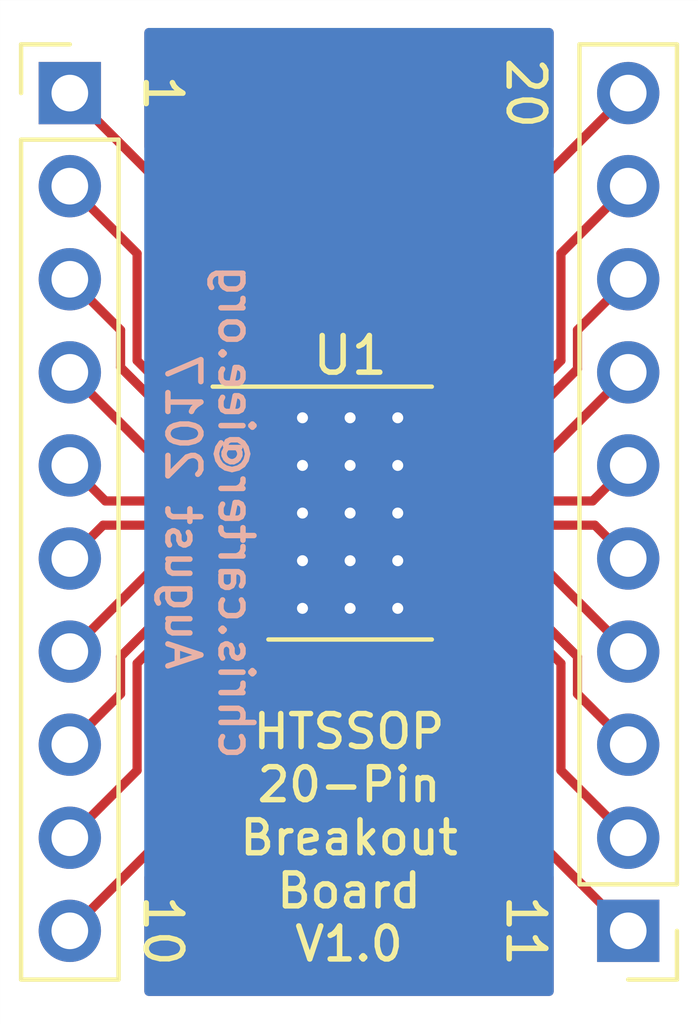
<source format=kicad_pcb>
(kicad_pcb (version 4) (host pcbnew 4.0.6)

  (general
    (links 34)
    (no_connects 0)
    (area 134.666667 90.675 159.973334 120.245)
    (thickness 1.6)
    (drawings 10)
    (tracks 73)
    (zones 0)
    (modules 3)
    (nets 22)
  )

  (page A4)
  (layers
    (0 F.Cu signal)
    (31 B.Cu signal)
    (32 B.Adhes user hide)
    (33 F.Adhes user hide)
    (34 B.Paste user hide)
    (35 F.Paste user hide)
    (36 B.SilkS user)
    (37 F.SilkS user)
    (38 B.Mask user)
    (39 F.Mask user)
    (40 Dwgs.User user)
    (41 Cmts.User user)
    (42 Eco1.User user)
    (43 Eco2.User user)
    (44 Edge.Cuts user)
    (45 Margin user)
    (46 B.CrtYd user hide)
    (47 F.CrtYd user hide)
    (48 B.Fab user)
    (49 F.Fab user)
  )

  (setup
    (last_trace_width 0.25)
    (trace_clearance 0.2)
    (zone_clearance 0)
    (zone_45_only no)
    (trace_min 0.2)
    (segment_width 0.2)
    (edge_width 0.001)
    (via_size 0.6)
    (via_drill 0.4)
    (via_min_size 0.4)
    (via_min_drill 0.3)
    (uvia_size 0.3)
    (uvia_drill 0.1)
    (uvias_allowed no)
    (uvia_min_size 0.2)
    (uvia_min_drill 0.1)
    (pcb_text_width 0.3)
    (pcb_text_size 1.5 1.5)
    (mod_edge_width 0.15)
    (mod_text_size 1 1)
    (mod_text_width 0.15)
    (pad_size 1.524 1.524)
    (pad_drill 0.762)
    (pad_to_mask_clearance 0.2)
    (aux_axis_origin 0 0)
    (visible_elements 7FFFFF7F)
    (pcbplotparams
      (layerselection 0x00030_80000001)
      (usegerberextensions false)
      (excludeedgelayer true)
      (linewidth 0.100000)
      (plotframeref false)
      (viasonmask false)
      (mode 1)
      (useauxorigin false)
      (hpglpennumber 1)
      (hpglpenspeed 20)
      (hpglpendiameter 15)
      (hpglpenoverlay 2)
      (psnegative false)
      (psa4output false)
      (plotreference true)
      (plotvalue true)
      (plotinvisibletext false)
      (padsonsilk false)
      (subtractmaskfromsilk false)
      (outputformat 1)
      (mirror false)
      (drillshape 1)
      (scaleselection 1)
      (outputdirectory ""))
  )

  (net 0 "")
  (net 1 "Net-(J1-Pad1)")
  (net 2 "Net-(J1-Pad2)")
  (net 3 "Net-(J1-Pad3)")
  (net 4 "Net-(J1-Pad4)")
  (net 5 "Net-(J1-Pad5)")
  (net 6 "Net-(J1-Pad6)")
  (net 7 "Net-(J1-Pad7)")
  (net 8 "Net-(J1-Pad8)")
  (net 9 "Net-(J1-Pad9)")
  (net 10 "Net-(J1-Pad10)")
  (net 11 "Net-(J2-Pad1)")
  (net 12 "Net-(J2-Pad2)")
  (net 13 "Net-(J2-Pad3)")
  (net 14 "Net-(J2-Pad4)")
  (net 15 "Net-(J2-Pad5)")
  (net 16 "Net-(J2-Pad6)")
  (net 17 "Net-(J2-Pad7)")
  (net 18 "Net-(J2-Pad8)")
  (net 19 "Net-(J2-Pad9)")
  (net 20 "Net-(J2-Pad10)")
  (net 21 "Net-(U1-Pad21)")

  (net_class Default "This is the default net class."
    (clearance 0.2)
    (trace_width 0.25)
    (via_dia 0.6)
    (via_drill 0.4)
    (uvia_dia 0.3)
    (uvia_drill 0.1)
    (add_net "Net-(J1-Pad1)")
    (add_net "Net-(J1-Pad10)")
    (add_net "Net-(J1-Pad2)")
    (add_net "Net-(J1-Pad3)")
    (add_net "Net-(J1-Pad4)")
    (add_net "Net-(J1-Pad5)")
    (add_net "Net-(J1-Pad6)")
    (add_net "Net-(J1-Pad7)")
    (add_net "Net-(J1-Pad8)")
    (add_net "Net-(J1-Pad9)")
    (add_net "Net-(J2-Pad1)")
    (add_net "Net-(J2-Pad10)")
    (add_net "Net-(J2-Pad2)")
    (add_net "Net-(J2-Pad3)")
    (add_net "Net-(J2-Pad4)")
    (add_net "Net-(J2-Pad5)")
    (add_net "Net-(J2-Pad6)")
    (add_net "Net-(J2-Pad7)")
    (add_net "Net-(J2-Pad8)")
    (add_net "Net-(J2-Pad9)")
    (add_net "Net-(U1-Pad21)")
  )

  (module Pin_Headers:Pin_Header_Straight_1x10_Pitch2.54mm (layer F.Cu) (tedit 5998A59F) (tstamp 5998A585)
    (at 139.7 93.98)
    (descr "Through hole straight pin header, 1x10, 2.54mm pitch, single row")
    (tags "Through hole pin header THT 1x10 2.54mm single row")
    (path /5998A347)
    (fp_text reference J1 (at 0 -2.33) (layer F.SilkS) hide
      (effects (font (size 1 1) (thickness 0.15)))
    )
    (fp_text value CONN_01X10 (at 0 25.19) (layer F.Fab) hide
      (effects (font (size 1 1) (thickness 0.15)))
    )
    (fp_line (start -0.635 -1.27) (end 1.27 -1.27) (layer F.Fab) (width 0.1))
    (fp_line (start 1.27 -1.27) (end 1.27 24.13) (layer F.Fab) (width 0.1))
    (fp_line (start 1.27 24.13) (end -1.27 24.13) (layer F.Fab) (width 0.1))
    (fp_line (start -1.27 24.13) (end -1.27 -0.635) (layer F.Fab) (width 0.1))
    (fp_line (start -1.27 -0.635) (end -0.635 -1.27) (layer F.Fab) (width 0.1))
    (fp_line (start -1.33 24.19) (end 1.33 24.19) (layer F.SilkS) (width 0.12))
    (fp_line (start -1.33 1.27) (end -1.33 24.19) (layer F.SilkS) (width 0.12))
    (fp_line (start 1.33 1.27) (end 1.33 24.19) (layer F.SilkS) (width 0.12))
    (fp_line (start -1.33 1.27) (end 1.33 1.27) (layer F.SilkS) (width 0.12))
    (fp_line (start -1.33 0) (end -1.33 -1.33) (layer F.SilkS) (width 0.12))
    (fp_line (start -1.33 -1.33) (end 0 -1.33) (layer F.SilkS) (width 0.12))
    (fp_line (start -1.8 -1.8) (end -1.8 24.65) (layer F.CrtYd) (width 0.05))
    (fp_line (start -1.8 24.65) (end 1.8 24.65) (layer F.CrtYd) (width 0.05))
    (fp_line (start 1.8 24.65) (end 1.8 -1.8) (layer F.CrtYd) (width 0.05))
    (fp_line (start 1.8 -1.8) (end -1.8 -1.8) (layer F.CrtYd) (width 0.05))
    (fp_text user %R (at 0 11.43 90) (layer F.Fab) hide
      (effects (font (size 1 1) (thickness 0.15)))
    )
    (pad 1 thru_hole rect (at 0 0) (size 1.7 1.7) (drill 1) (layers *.Cu *.Mask)
      (net 1 "Net-(J1-Pad1)"))
    (pad 2 thru_hole oval (at 0 2.54) (size 1.7 1.7) (drill 1) (layers *.Cu *.Mask)
      (net 2 "Net-(J1-Pad2)"))
    (pad 3 thru_hole oval (at 0 5.08) (size 1.7 1.7) (drill 1) (layers *.Cu *.Mask)
      (net 3 "Net-(J1-Pad3)"))
    (pad 4 thru_hole oval (at 0 7.62) (size 1.7 1.7) (drill 1) (layers *.Cu *.Mask)
      (net 4 "Net-(J1-Pad4)"))
    (pad 5 thru_hole oval (at 0 10.16) (size 1.7 1.7) (drill 1) (layers *.Cu *.Mask)
      (net 5 "Net-(J1-Pad5)"))
    (pad 6 thru_hole oval (at 0 12.7) (size 1.7 1.7) (drill 1) (layers *.Cu *.Mask)
      (net 6 "Net-(J1-Pad6)"))
    (pad 7 thru_hole oval (at 0 15.24) (size 1.7 1.7) (drill 1) (layers *.Cu *.Mask)
      (net 7 "Net-(J1-Pad7)"))
    (pad 8 thru_hole oval (at 0 17.78) (size 1.7 1.7) (drill 1) (layers *.Cu *.Mask)
      (net 8 "Net-(J1-Pad8)"))
    (pad 9 thru_hole oval (at 0 20.32) (size 1.7 1.7) (drill 1) (layers *.Cu *.Mask)
      (net 9 "Net-(J1-Pad9)"))
    (pad 10 thru_hole oval (at 0 22.86) (size 1.7 1.7) (drill 1) (layers *.Cu *.Mask)
      (net 10 "Net-(J1-Pad10)"))
    (model ${KISYS3DMOD}/Pin_Headers.3dshapes/Pin_Header_Straight_1x10_Pitch2.54mm.wrl
      (at (xyz 0 0 0))
      (scale (xyz 1 1 1))
      (rotate (xyz 0 0 0))
    )
  )

  (module Pin_Headers:Pin_Header_Straight_1x10_Pitch2.54mm (layer F.Cu) (tedit 5999CCEF) (tstamp 5998A5A3)
    (at 154.94 116.84 180)
    (descr "Through hole straight pin header, 1x10, 2.54mm pitch, single row")
    (tags "Through hole pin header THT 1x10 2.54mm single row")
    (path /5998A392)
    (fp_text reference J2 (at 0 -2.33 180) (layer F.SilkS) hide
      (effects (font (size 1 1) (thickness 0.15)))
    )
    (fp_text value CONN_01X10 (at 0 25.19 180) (layer F.Fab) hide
      (effects (font (size 1 1) (thickness 0.15)))
    )
    (fp_line (start -0.635 -1.27) (end 1.27 -1.27) (layer F.Fab) (width 0.1))
    (fp_line (start 1.27 -1.27) (end 1.27 24.13) (layer F.Fab) (width 0.1))
    (fp_line (start 1.27 24.13) (end -1.27 24.13) (layer F.Fab) (width 0.1))
    (fp_line (start -1.27 24.13) (end -1.27 -0.635) (layer F.Fab) (width 0.1))
    (fp_line (start -1.27 -0.635) (end -0.635 -1.27) (layer F.Fab) (width 0.1))
    (fp_line (start -1.33 24.19) (end 1.33 24.19) (layer F.SilkS) (width 0.12))
    (fp_line (start -1.33 1.27) (end -1.33 24.19) (layer F.SilkS) (width 0.12))
    (fp_line (start 1.33 1.27) (end 1.33 24.19) (layer F.SilkS) (width 0.12))
    (fp_line (start -1.33 1.27) (end 1.33 1.27) (layer F.SilkS) (width 0.12))
    (fp_line (start -1.33 0) (end -1.33 -1.33) (layer F.SilkS) (width 0.12))
    (fp_line (start -1.33 -1.33) (end 0 -1.33) (layer F.SilkS) (width 0.12))
    (fp_line (start -1.8 -1.8) (end -1.8 24.65) (layer F.CrtYd) (width 0.05))
    (fp_line (start -1.8 24.65) (end 1.8 24.65) (layer F.CrtYd) (width 0.05))
    (fp_line (start 1.8 24.65) (end 1.8 -1.8) (layer F.CrtYd) (width 0.05))
    (fp_line (start 1.8 -1.8) (end -1.8 -1.8) (layer F.CrtYd) (width 0.05))
    (fp_text user %R (at 0 11.43 270) (layer F.Fab) hide
      (effects (font (size 1 1) (thickness 0.15)))
    )
    (pad 1 thru_hole rect (at 0 0 180) (size 1.7 1.7) (drill 1) (layers *.Cu *.Mask)
      (net 11 "Net-(J2-Pad1)"))
    (pad 2 thru_hole oval (at 0 2.54 180) (size 1.7 1.7) (drill 1) (layers *.Cu *.Mask)
      (net 12 "Net-(J2-Pad2)"))
    (pad 3 thru_hole oval (at 0 5.08 180) (size 1.7 1.7) (drill 1) (layers *.Cu *.Mask)
      (net 13 "Net-(J2-Pad3)"))
    (pad 4 thru_hole oval (at 0 7.62 180) (size 1.7 1.7) (drill 1) (layers *.Cu *.Mask)
      (net 14 "Net-(J2-Pad4)"))
    (pad 5 thru_hole oval (at 0 10.16 180) (size 1.7 1.7) (drill 1) (layers *.Cu *.Mask)
      (net 15 "Net-(J2-Pad5)"))
    (pad 6 thru_hole oval (at 0 12.7 180) (size 1.7 1.7) (drill 1) (layers *.Cu *.Mask)
      (net 16 "Net-(J2-Pad6)"))
    (pad 7 thru_hole oval (at 0 15.24 180) (size 1.7 1.7) (drill 1) (layers *.Cu *.Mask)
      (net 17 "Net-(J2-Pad7)"))
    (pad 8 thru_hole oval (at 0 17.78 180) (size 1.7 1.7) (drill 1) (layers *.Cu *.Mask)
      (net 18 "Net-(J2-Pad8)"))
    (pad 9 thru_hole oval (at 0 20.32 180) (size 1.7 1.7) (drill 1) (layers *.Cu *.Mask)
      (net 19 "Net-(J2-Pad9)"))
    (pad 10 thru_hole oval (at 0 22.86 180) (size 1.7 1.7) (drill 1) (layers *.Cu *.Mask)
      (net 20 "Net-(J2-Pad10)"))
    (model ${KISYS3DMOD}/Pin_Headers.3dshapes/Pin_Header_Straight_1x10_Pitch2.54mm.wrl
      (at (xyz 0 0 0))
      (scale (xyz 1 1 1))
      (rotate (xyz 0 0 0))
    )
  )

  (module Housings_SSOP:HTSSOP-20-1EP_4.4x6.5mm_Pitch0.65mm_ThermalPad (layer F.Cu) (tedit 599914FC) (tstamp 5999148D)
    (at 147.35 105.44)
    (descr "20-Lead Plastic Thin Shrink Small Outline (ST)-4.4 mm Body [HTSSOP], with thermal pad with vias")
    (tags "HTSSOP 0.65")
    (path /5999137B)
    (attr smd)
    (fp_text reference U1 (at 0 -4.3) (layer F.SilkS)
      (effects (font (size 1 1) (thickness 0.15)))
    )
    (fp_text value CONN_01X21 (at 0 4.3) (layer F.Fab) hide
      (effects (font (size 1 1) (thickness 0.15)))
    )
    (fp_line (start -1.2 -3.25) (end 2.2 -3.25) (layer F.Fab) (width 0.1))
    (fp_line (start 2.2 -3.25) (end 2.2 3.25) (layer F.Fab) (width 0.1))
    (fp_line (start 2.2 3.25) (end -2.2 3.25) (layer F.Fab) (width 0.1))
    (fp_line (start -2.2 3.25) (end -2.2 -2.25) (layer F.Fab) (width 0.1))
    (fp_line (start -2.2 -2.25) (end -1.2 -3.25) (layer F.Fab) (width 0.1))
    (fp_line (start -3.95 -3.55) (end -3.95 3.55) (layer F.CrtYd) (width 0.05))
    (fp_line (start 3.95 -3.55) (end 3.95 3.55) (layer F.CrtYd) (width 0.05))
    (fp_line (start -3.95 -3.55) (end 3.95 -3.55) (layer F.CrtYd) (width 0.05))
    (fp_line (start -3.95 3.55) (end 3.95 3.55) (layer F.CrtYd) (width 0.05))
    (fp_line (start -2.23 3.45) (end 2.23 3.45) (layer F.SilkS) (width 0.12))
    (fp_line (start -3.75 -3.45) (end 2.23 -3.45) (layer F.SilkS) (width 0.12))
    (fp_text user %R (at 0 0) (layer F.Fab)
      (effects (font (size 0.8 0.8) (thickness 0.15)))
    )
    (pad 21 thru_hole rect (at 1.3 -2.6) (size 0.8 1.3) (drill 0.3) (layers *.Cu *.Mask)
      (net 21 "Net-(U1-Pad21)"))
    (pad 21 thru_hole rect (at 0 2.6) (size 1.8 1.3) (drill 0.3) (layers *.Cu *.Mask)
      (net 21 "Net-(U1-Pad21)"))
    (pad 21 thru_hole rect (at 0 1.3) (size 1.8 1.3) (drill 0.3) (layers *.Cu *.Mask)
      (net 21 "Net-(U1-Pad21)"))
    (pad 21 thru_hole rect (at 0 -2.6) (size 1.8 1.3) (drill 0.3) (layers *.Cu *.Mask)
      (net 21 "Net-(U1-Pad21)"))
    (pad 21 thru_hole rect (at 0 -1.3) (size 1.8 1.3) (drill 0.3) (layers *.Cu *.Mask)
      (net 21 "Net-(U1-Pad21)"))
    (pad 1 smd rect (at -2.95 -2.92) (size 1.45 0.45) (layers F.Cu F.Paste F.Mask)
      (net 1 "Net-(J1-Pad1)"))
    (pad 2 smd rect (at -2.95 -2.27) (size 1.45 0.45) (layers F.Cu F.Paste F.Mask)
      (net 2 "Net-(J1-Pad2)"))
    (pad 3 smd rect (at -2.95 -1.62) (size 1.45 0.45) (layers F.Cu F.Paste F.Mask)
      (net 3 "Net-(J1-Pad3)"))
    (pad 4 smd rect (at -2.95 -0.97) (size 1.45 0.45) (layers F.Cu F.Paste F.Mask)
      (net 4 "Net-(J1-Pad4)"))
    (pad 5 smd rect (at -2.95 -0.33) (size 1.45 0.45) (layers F.Cu F.Paste F.Mask)
      (net 5 "Net-(J1-Pad5)"))
    (pad 6 smd rect (at -2.95 0.33) (size 1.45 0.45) (layers F.Cu F.Paste F.Mask)
      (net 6 "Net-(J1-Pad6)"))
    (pad 7 smd rect (at -2.95 0.97) (size 1.45 0.45) (layers F.Cu F.Paste F.Mask)
      (net 7 "Net-(J1-Pad7)"))
    (pad 8 smd rect (at -2.95 1.62) (size 1.45 0.45) (layers F.Cu F.Paste F.Mask)
      (net 8 "Net-(J1-Pad8)"))
    (pad 9 smd rect (at -2.95 2.27) (size 1.45 0.45) (layers F.Cu F.Paste F.Mask)
      (net 9 "Net-(J1-Pad9)"))
    (pad 10 smd rect (at -2.95 2.92) (size 1.45 0.45) (layers F.Cu F.Paste F.Mask)
      (net 10 "Net-(J1-Pad10)"))
    (pad 11 smd rect (at 2.95 2.92) (size 1.45 0.45) (layers F.Cu F.Paste F.Mask)
      (net 11 "Net-(J2-Pad1)"))
    (pad 12 smd rect (at 2.95 2.27) (size 1.45 0.45) (layers F.Cu F.Paste F.Mask)
      (net 12 "Net-(J2-Pad2)"))
    (pad 13 smd rect (at 2.95 1.62) (size 1.45 0.45) (layers F.Cu F.Paste F.Mask)
      (net 13 "Net-(J2-Pad3)"))
    (pad 14 smd rect (at 2.95 0.97) (size 1.45 0.45) (layers F.Cu F.Paste F.Mask)
      (net 14 "Net-(J2-Pad4)"))
    (pad 15 smd rect (at 2.95 0.33) (size 1.45 0.45) (layers F.Cu F.Paste F.Mask)
      (net 15 "Net-(J2-Pad5)"))
    (pad 16 smd rect (at 2.95 -0.33) (size 1.45 0.45) (layers F.Cu F.Paste F.Mask)
      (net 16 "Net-(J2-Pad6)"))
    (pad 17 smd rect (at 2.95 -0.97) (size 1.45 0.45) (layers F.Cu F.Paste F.Mask)
      (net 17 "Net-(J2-Pad7)"))
    (pad 18 smd rect (at 2.95 -1.62) (size 1.45 0.45) (layers F.Cu F.Paste F.Mask)
      (net 18 "Net-(J2-Pad8)"))
    (pad 19 smd rect (at 2.95 -2.27) (size 1.45 0.45) (layers F.Cu F.Paste F.Mask)
      (net 19 "Net-(J2-Pad9)"))
    (pad 20 smd rect (at 2.95 -2.92) (size 1.45 0.45) (layers F.Cu F.Paste F.Mask)
      (net 20 "Net-(J2-Pad10)"))
    (pad 21 thru_hole rect (at 0 0) (size 1.8 1.3) (drill 0.3) (layers *.Cu *.Mask)
      (net 21 "Net-(U1-Pad21)"))
    (pad 21 thru_hole rect (at -1.3 -2.6) (size 0.8 1.3) (drill 0.3) (layers *.Cu *.Mask)
      (net 21 "Net-(U1-Pad21)"))
    (pad 21 thru_hole rect (at -1.3 -1.3) (size 0.8 1.3) (drill 0.3) (layers *.Cu *.Mask)
      (net 21 "Net-(U1-Pad21)"))
    (pad 21 thru_hole rect (at -1.3 0) (size 0.8 1.3) (drill 0.3) (layers *.Cu *.Mask)
      (net 21 "Net-(U1-Pad21)"))
    (pad 21 thru_hole rect (at -1.3 1.3) (size 0.8 1.3) (drill 0.3) (layers *.Cu *.Mask)
      (net 21 "Net-(U1-Pad21)"))
    (pad 21 thru_hole rect (at -1.3 2.6) (size 0.8 1.3) (drill 0.3) (layers *.Cu *.Mask)
      (net 21 "Net-(U1-Pad21)"))
    (pad 21 thru_hole rect (at 1.3 2.6) (size 0.8 1.3) (drill 0.3) (layers *.Cu *.Mask)
      (net 21 "Net-(U1-Pad21)"))
    (pad 21 thru_hole rect (at 1.3 1.3) (size 0.8 1.3) (drill 0.3) (layers *.Cu *.Mask)
      (net 21 "Net-(U1-Pad21)"))
    (pad 21 thru_hole rect (at 1.3 0) (size 0.8 1.3) (drill 0.3) (layers *.Cu *.Mask)
      (net 21 "Net-(U1-Pad21)"))
    (pad 21 thru_hole rect (at 1.3 -1.3) (size 0.8 1.3) (drill 0.3) (layers *.Cu *.Mask)
      (net 21 "Net-(U1-Pad21)"))
    (model ${KISYS3DMOD}/Housings_SSOP.3dshapes/HTSSOP-20-1EP_4.4x6.5mm_Pitch0.65mm_ThermalPad.wrl
      (at (xyz 0 0 0))
      (scale (xyz 1 1 1))
      (rotate (xyz 0 0 0))
    )
  )

  (gr_text "chris.carter@iee.org\nAugust 2017" (at 143.51 105.41 270) (layer B.SilkS) (tstamp 5999CE2F)
    (effects (font (size 0.9 0.9) (thickness 0.15)) (justify mirror))
  )
  (gr_line (start 137.795 119.38) (end 137.795 91.44) (layer Edge.Cuts) (width 0.001))
  (gr_line (start 156.845 119.38) (end 137.795 119.38) (layer Edge.Cuts) (width 0.001))
  (gr_line (start 156.845 91.44) (end 156.845 119.38) (layer Edge.Cuts) (width 0.001))
  (gr_line (start 137.795 91.44) (end 156.845 91.44) (layer Edge.Cuts) (width 0.001))
  (gr_text 20 (at 152.146 93.98 270) (layer F.SilkS) (tstamp 599918B5)
    (effects (font (size 1 1) (thickness 0.15)))
  )
  (gr_text 11 (at 152.146 116.84 270) (layer F.SilkS) (tstamp 599918A1)
    (effects (font (size 1 1) (thickness 0.15)))
  )
  (gr_text 10 (at 142.24 116.84 270) (layer F.SilkS) (tstamp 59991890)
    (effects (font (size 1 1) (thickness 0.15)))
  )
  (gr_text 1 (at 142.24 93.98 270) (layer F.SilkS) (tstamp 59991874)
    (effects (font (size 1 1) (thickness 0.15)))
  )
  (gr_text "HTSSOP\n20-Pin\nBreakout\nBoard\nV1.0" (at 147.32 114.3) (layer F.SilkS)
    (effects (font (size 0.9 0.9) (thickness 0.15)))
  )

  (segment (start 144.37 102.52) (end 143.414 102.52) (width 0.25) (layer F.Cu) (net 1))
  (segment (start 143.414 102.52) (end 141.986 101.092) (width 0.25) (layer F.Cu) (net 1))
  (segment (start 141.986 101.092) (end 141.986 96.266) (width 0.25) (layer F.Cu) (net 1))
  (segment (start 141.986 96.266) (end 139.7 93.98) (width 0.25) (layer F.Cu) (net 1))
  (segment (start 140.549999 97.369999) (end 139.7 96.52) (width 0.25) (layer F.Cu) (net 2))
  (segment (start 141.535989 101.2784) (end 141.535989 98.355989) (width 0.25) (layer F.Cu) (net 2))
  (segment (start 141.535989 98.355989) (end 140.549999 97.369999) (width 0.25) (layer F.Cu) (net 2))
  (segment (start 144.37 103.17) (end 143.427589 103.17) (width 0.25) (layer F.Cu) (net 2))
  (segment (start 143.427589 103.17) (end 141.535989 101.2784) (width 0.25) (layer F.Cu) (net 2))
  (segment (start 140.549999 99.909999) (end 139.7 99.06) (width 0.25) (layer F.Cu) (net 3))
  (segment (start 141.085978 100.445978) (end 140.549999 99.909999) (width 0.25) (layer F.Cu) (net 3))
  (segment (start 141.085978 101.4648) (end 141.085978 100.445978) (width 0.25) (layer F.Cu) (net 3))
  (segment (start 144.37 103.82) (end 143.441178 103.82) (width 0.25) (layer F.Cu) (net 3))
  (segment (start 143.441178 103.82) (end 141.085978 101.4648) (width 0.25) (layer F.Cu) (net 3))
  (segment (start 144.37 104.47) (end 142.57 104.47) (width 0.25) (layer F.Cu) (net 4))
  (segment (start 142.57 104.47) (end 139.7 101.6) (width 0.25) (layer F.Cu) (net 4))
  (segment (start 144.37 105.11) (end 140.67 105.11) (width 0.25) (layer F.Cu) (net 5))
  (segment (start 140.67 105.11) (end 139.7 104.14) (width 0.25) (layer F.Cu) (net 5))
  (segment (start 144.37 105.77) (end 140.61 105.77) (width 0.25) (layer F.Cu) (net 6))
  (segment (start 140.61 105.77) (end 139.7 106.68) (width 0.25) (layer F.Cu) (net 6))
  (segment (start 144.37 106.41) (end 142.51 106.41) (width 0.25) (layer F.Cu) (net 7))
  (segment (start 142.51 106.41) (end 139.7 109.22) (width 0.25) (layer F.Cu) (net 7))
  (segment (start 140.549999 110.910001) (end 139.7 111.76) (width 0.25) (layer F.Cu) (net 8))
  (segment (start 141.085978 110.374022) (end 140.549999 110.910001) (width 0.25) (layer F.Cu) (net 8))
  (segment (start 141.085978 109.3552) (end 141.085978 110.374022) (width 0.25) (layer F.Cu) (net 8))
  (segment (start 143.381178 107.06) (end 141.085978 109.3552) (width 0.25) (layer F.Cu) (net 8))
  (segment (start 144.37 107.06) (end 143.381178 107.06) (width 0.25) (layer F.Cu) (net 8))
  (segment (start 140.549999 113.450001) (end 139.7 114.3) (width 0.25) (layer F.Cu) (net 9))
  (segment (start 141.535989 112.464011) (end 140.549999 113.450001) (width 0.25) (layer F.Cu) (net 9))
  (segment (start 141.535989 109.5416) (end 141.535989 112.464011) (width 0.25) (layer F.Cu) (net 9))
  (segment (start 143.367589 107.71) (end 141.535989 109.5416) (width 0.25) (layer F.Cu) (net 9))
  (segment (start 144.37 107.71) (end 143.367589 107.71) (width 0.25) (layer F.Cu) (net 9))
  (segment (start 143.354 108.36) (end 141.986 109.728) (width 0.25) (layer F.Cu) (net 10))
  (segment (start 141.986 109.728) (end 141.986 114.554) (width 0.25) (layer F.Cu) (net 10))
  (segment (start 141.986 114.554) (end 139.7 116.84) (width 0.25) (layer F.Cu) (net 10))
  (segment (start 144.37 108.36) (end 143.354 108.36) (width 0.25) (layer F.Cu) (net 10))
  (segment (start 150.27 108.36) (end 151.286 108.36) (width 0.25) (layer F.Cu) (net 11))
  (segment (start 151.286 108.36) (end 152.654 109.728) (width 0.25) (layer F.Cu) (net 11))
  (segment (start 152.654 109.728) (end 152.654 114.554) (width 0.25) (layer F.Cu) (net 11))
  (segment (start 152.654 114.554) (end 154.94 116.84) (width 0.25) (layer F.Cu) (net 11))
  (segment (start 154.090001 113.450001) (end 154.94 114.3) (width 0.25) (layer F.Cu) (net 12))
  (segment (start 153.104011 109.5416) (end 153.104011 112.464011) (width 0.25) (layer F.Cu) (net 12))
  (segment (start 153.104011 112.464011) (end 154.090001 113.450001) (width 0.25) (layer F.Cu) (net 12))
  (segment (start 150.27 107.71) (end 151.272411 107.71) (width 0.25) (layer F.Cu) (net 12))
  (segment (start 151.272411 107.71) (end 153.104011 109.5416) (width 0.25) (layer F.Cu) (net 12))
  (segment (start 154.090001 110.910001) (end 154.94 111.76) (width 0.25) (layer F.Cu) (net 13))
  (segment (start 153.554022 110.374022) (end 154.090001 110.910001) (width 0.25) (layer F.Cu) (net 13))
  (segment (start 153.554022 109.3552) (end 153.554022 110.374022) (width 0.25) (layer F.Cu) (net 13))
  (segment (start 151.258822 107.06) (end 153.554022 109.3552) (width 0.25) (layer F.Cu) (net 13))
  (segment (start 150.27 107.06) (end 151.258822 107.06) (width 0.25) (layer F.Cu) (net 13))
  (segment (start 150.27 106.41) (end 152.13 106.41) (width 0.25) (layer F.Cu) (net 14))
  (segment (start 152.13 106.41) (end 154.94 109.22) (width 0.25) (layer F.Cu) (net 14))
  (segment (start 150.27 105.77) (end 154.03 105.77) (width 0.25) (layer F.Cu) (net 15))
  (segment (start 154.03 105.77) (end 154.94 106.68) (width 0.25) (layer F.Cu) (net 15))
  (segment (start 150.27 105.11) (end 153.97 105.11) (width 0.25) (layer F.Cu) (net 16))
  (segment (start 153.97 105.11) (end 154.94 104.14) (width 0.25) (layer F.Cu) (net 16))
  (segment (start 150.27 104.47) (end 152.07 104.47) (width 0.25) (layer F.Cu) (net 17))
  (segment (start 152.07 104.47) (end 154.94 101.6) (width 0.25) (layer F.Cu) (net 17))
  (segment (start 154.090001 99.909999) (end 154.94 99.06) (width 0.25) (layer F.Cu) (net 18))
  (segment (start 153.554022 100.445978) (end 154.090001 99.909999) (width 0.25) (layer F.Cu) (net 18))
  (segment (start 153.554022 101.510978) (end 153.554022 100.445978) (width 0.25) (layer F.Cu) (net 18))
  (segment (start 150.27 103.82) (end 151.245 103.82) (width 0.25) (layer F.Cu) (net 18))
  (segment (start 151.245 103.82) (end 153.554022 101.510978) (width 0.25) (layer F.Cu) (net 18))
  (segment (start 154.090001 97.369999) (end 154.94 96.52) (width 0.25) (layer F.Cu) (net 19))
  (segment (start 153.104011 101.2784) (end 153.104011 98.355989) (width 0.25) (layer F.Cu) (net 19))
  (segment (start 153.104011 98.355989) (end 154.090001 97.369999) (width 0.25) (layer F.Cu) (net 19))
  (segment (start 151.212411 103.17) (end 153.104011 101.2784) (width 0.25) (layer F.Cu) (net 19))
  (segment (start 150.27 103.17) (end 151.212411 103.17) (width 0.25) (layer F.Cu) (net 19))
  (segment (start 151.226 102.52) (end 152.654 101.092) (width 0.25) (layer F.Cu) (net 20))
  (segment (start 152.654 101.092) (end 152.654 96.266) (width 0.25) (layer F.Cu) (net 20))
  (segment (start 150.27 102.52) (end 151.226 102.52) (width 0.25) (layer F.Cu) (net 20))
  (segment (start 152.654 96.266) (end 154.090001 94.829999) (width 0.25) (layer F.Cu) (net 20))
  (segment (start 154.090001 94.829999) (end 154.94 93.98) (width 0.25) (layer F.Cu) (net 20))

  (zone (net 21) (net_name "Net-(U1-Pad21)") (layer B.Cu) (tstamp 0) (hatch edge 0.508)
    (connect_pads yes (clearance 0))
    (min_thickness 0.254)
    (fill yes (arc_segments 16) (thermal_gap 0.508) (thermal_bridge_width 0.508))
    (polygon
      (pts
        (xy 141.732 118.618) (xy 152.908 118.618) (xy 152.908 92.202) (xy 141.732 92.202)
      )
    )
    (filled_polygon
      (pts
        (xy 152.781 118.491) (xy 141.859 118.491) (xy 141.859 92.329) (xy 152.781 92.329)
      )
    )
  )
  (zone (net 21) (net_name "Net-(U1-Pad21)") (layer F.Cu) (tstamp 0) (hatch edge 0.508)
    (connect_pads yes (clearance 0))
    (min_thickness 0.254)
    (fill yes (arc_segments 16) (thermal_gap 0.508) (thermal_bridge_width 0.508))
    (polygon
      (pts
        (xy 141.732 92.202) (xy 152.908 92.202) (xy 152.908 95.504) (xy 152.273 96.139) (xy 152.273 100.965)
        (xy 151.384 101.854) (xy 149.098 101.854) (xy 149.098 108.966) (xy 151.384 108.966) (xy 152.273 109.855)
        (xy 152.273 114.681) (xy 152.908 115.316) (xy 152.908 118.618) (xy 141.732 118.618) (xy 141.732 115.316)
        (xy 142.367 114.681) (xy 142.367 109.982) (xy 143.383 108.966) (xy 145.542 108.966) (xy 145.542 101.854)
        (xy 143.256 101.854) (xy 142.367 100.965) (xy 142.367 96.139) (xy 141.732 95.504)
      )
    )
    (filled_polygon
      (pts
        (xy 152.781 95.451394) (xy 152.183197 96.049197) (xy 152.155334 96.091211) (xy 152.146 96.139) (xy 152.146 100.912394)
        (xy 151.331394 101.727) (xy 149.098 101.727) (xy 149.04859 101.737006) (xy 149.006965 101.765447) (xy 148.979685 101.807841)
        (xy 148.971 101.854) (xy 148.971 108.966) (xy 148.981006 109.01541) (xy 149.009447 109.057035) (xy 149.051841 109.084315)
        (xy 149.098 109.093) (xy 151.331394 109.093) (xy 152.146 109.907606) (xy 152.146 114.681) (xy 152.156006 114.73041)
        (xy 152.183197 114.770803) (xy 152.781 115.368606) (xy 152.781 118.491) (xy 141.859 118.491) (xy 141.859 115.368606)
        (xy 142.456803 114.770803) (xy 142.484666 114.728789) (xy 142.494 114.681) (xy 142.494 110.034606) (xy 143.435606 109.093)
        (xy 145.542 109.093) (xy 145.59141 109.082994) (xy 145.633035 109.054553) (xy 145.660315 109.012159) (xy 145.669 108.966)
        (xy 145.669 101.854) (xy 145.658994 101.80459) (xy 145.630553 101.762965) (xy 145.588159 101.735685) (xy 145.542 101.727)
        (xy 143.308606 101.727) (xy 142.494 100.912394) (xy 142.494 96.139) (xy 142.483994 96.08959) (xy 142.456803 96.049197)
        (xy 141.859 95.451394) (xy 141.859 92.329) (xy 152.781 92.329)
      )
    )
  )
)

</source>
